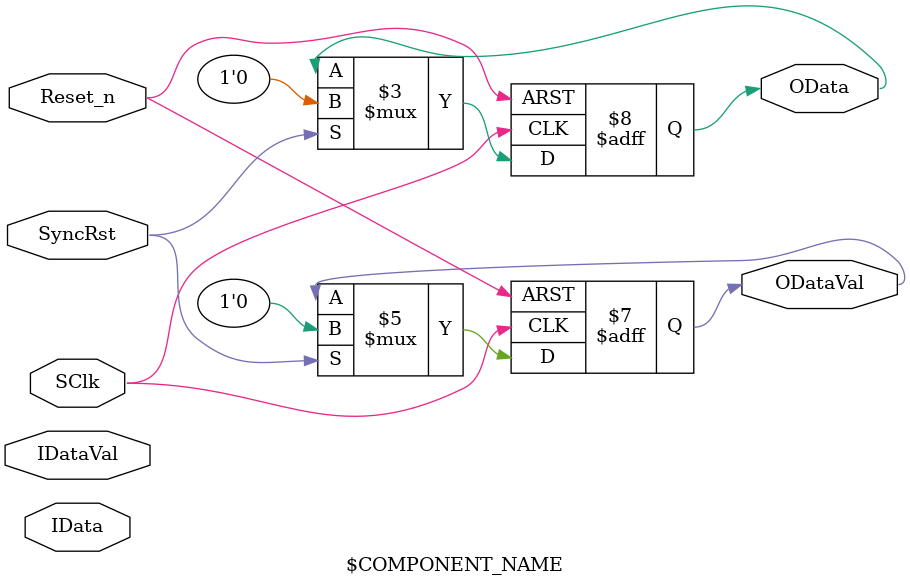
<source format=v>


module $COMPONENT_NAME
(
   // System interface
   // -- inputs
   SClk,
   Reset_n,
   SyncRst,
   // Data interface
   // --inputs
   IDataVal,
   IData,
   // --outputs
   ODataVal,
   OData
);

////////////////////////////////////////////////////////////////////////////////
// External functions and tasks
////////////////////////////////////////////////////////////////////////////////
// Miscellaneous parameter task and functions

////////////////////////////////////////////////////////////////////////////////
// Configurable parameters
////////////////////////////////////////////////////////////////////////////////

////////////////////////////////////////////////////////////////////////////////
// Internal parameters (localparams) that affect ports
////////////////////////////////////////////////////////////////////////////////

////////////////////////////////////////////////////////////////////////////////
// Module I/O
////////////////////////////////////////////////////////////////////////////////

input  SClk; // comment here
input  Reset_n; // comment here
input  SyncRst; // comment here
input  IDataVal; // comment here
input  IData; // comment here
output ODataVal; // comment here
output OData; // comment here

////////////////////////////////////////////////////////////////////////////////
// Internal parameters (localparams)
////////////////////////////////////////////////////////////////////////////////

////////////////////////////////////////////////////////////////////////////////
// Registered outputs
////////////////////////////////////////////////////////////////////////////////

reg ODataVal; // 
reg OData; // 

///////////////////////////////////////////////////////////////////////////////
// Virtually registered output (combinational regs)
////////////////////////////////////////////////////////////////////////////////

////////////////////////////////////////////////////////////////////////////////
// Internal registers
////////////////////////////////////////////////////////////////////////////////

////////////////////////////////////////////////////////////////////////////////
// Internal virtual registers (combinational regs)
////////////////////////////////////////////////////////////////////////////////

////////////////////////////////////////////////////////////////////////////////
// Internal wires
////////////////////////////////////////////////////////////////////////////////

////////////////////////////////////////////////////////////////////////////////
// Wires assignments
////////////////////////////////////////////////////////////////////////////////

////////////////////////////////////////////////////////////////////////////////
// Module description
////////////////////////////////////////////////////////////////////////////////

always @(posedge SClk or negedge Reset_n) begin
   if (!Reset_n) begin
      ODataVal <= 0;
      OData    <= 0;
   end else begin
      // handle sync clk logic here

      if (SyncRst) begin
         ODataVal <= 0;
         OData    <= 0;
      end
   end
end

endmodule 
// end of $COMPONENT_NAME

</source>
